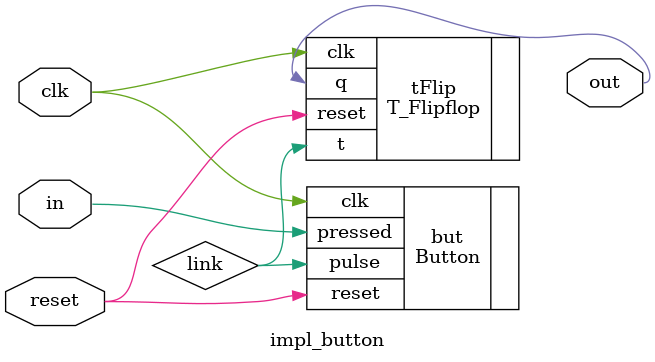
<source format=v>
`timescale 1ns / 1ps
module impl_button(
    input clk,
    input reset,
    input in,
    output out
    );

	wire link ;
	Button but(.clk(clk),.reset(reset),.pressed(in),.pulse(link));
	T_Flipflop tFlip(.clk(clk),.reset(reset),.t(link),.q(out));


endmodule

</source>
